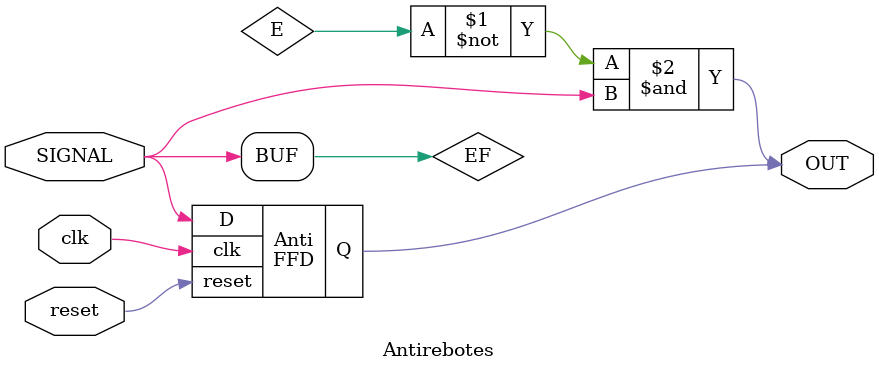
<source format=v>
module FFD(input wire clk, reset, D, output reg Q);
    always @(posedge clk or posedge reset) begin
        if(reset==1'b1)
            Q <= 1'b0; //si el reset esta en uno entonces la salida se resetea
        else
            Q <= D; //de lo contrario la salida toma el valor de la entrada
    end
endmodule

module Antirebotes(input wire clk, reset, SIGNAL, output wire OUT);

    wire EF; //entra al FFD
    wire E; //sale del FFD

    assign EF = SIGNAL;
    assign OUT = ~E & SIGNAL;

    //un FFD
    FFD Anti(clk, reset, SIGNAL, OUT);

endmodule
</source>
